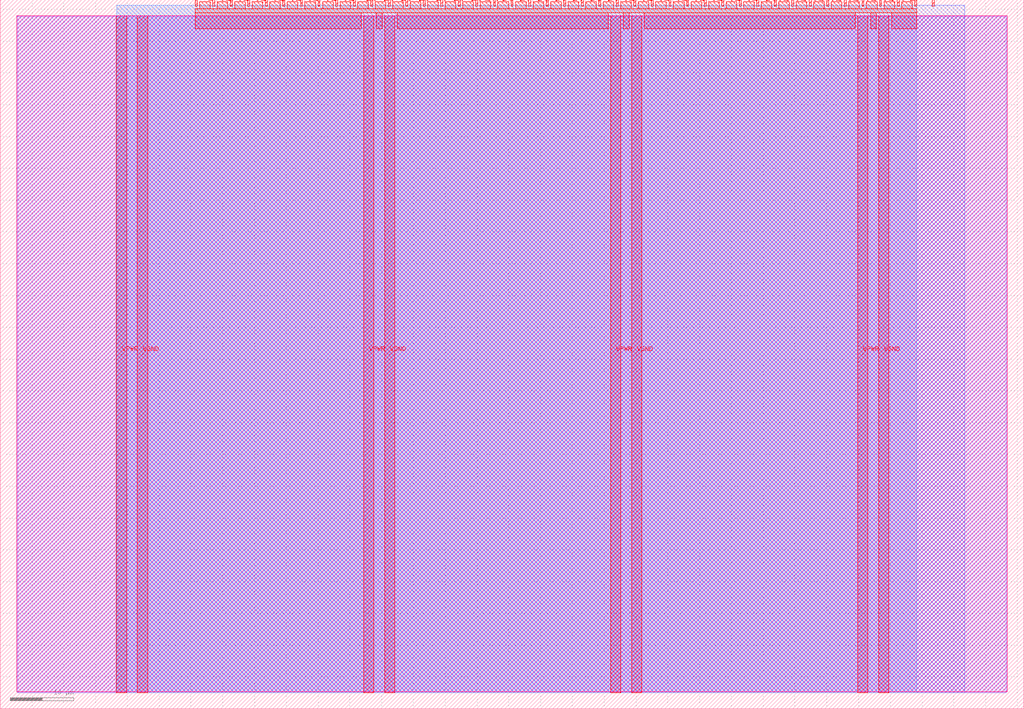
<source format=lef>
VERSION 5.7 ;
  NOWIREEXTENSIONATPIN ON ;
  DIVIDERCHAR "/" ;
  BUSBITCHARS "[]" ;
MACRO tt_um_wokwi_397142450561071105
  CLASS BLOCK ;
  FOREIGN tt_um_wokwi_397142450561071105 ;
  ORIGIN 0.000 0.000 ;
  SIZE 161.000 BY 111.520 ;
  PIN VGND
    DIRECTION INOUT ;
    USE GROUND ;
    PORT
      LAYER met4 ;
        RECT 21.580 2.480 23.180 109.040 ;
    END
    PORT
      LAYER met4 ;
        RECT 60.450 2.480 62.050 109.040 ;
    END
    PORT
      LAYER met4 ;
        RECT 99.320 2.480 100.920 109.040 ;
    END
    PORT
      LAYER met4 ;
        RECT 138.190 2.480 139.790 109.040 ;
    END
  END VGND
  PIN VPWR
    DIRECTION INOUT ;
    USE POWER ;
    PORT
      LAYER met4 ;
        RECT 18.280 2.480 19.880 109.040 ;
    END
    PORT
      LAYER met4 ;
        RECT 57.150 2.480 58.750 109.040 ;
    END
    PORT
      LAYER met4 ;
        RECT 96.020 2.480 97.620 109.040 ;
    END
    PORT
      LAYER met4 ;
        RECT 134.890 2.480 136.490 109.040 ;
    END
  END VPWR
  PIN clk
    DIRECTION INPUT ;
    USE SIGNAL ;
    ANTENNAGATEAREA 0.852000 ;
    PORT
      LAYER met4 ;
        RECT 143.830 110.520 144.130 111.520 ;
    END
  END clk
  PIN ena
    DIRECTION INPUT ;
    USE SIGNAL ;
    PORT
      LAYER met4 ;
        RECT 146.590 110.520 146.890 111.520 ;
    END
  END ena
  PIN rst_n
    DIRECTION INPUT ;
    USE SIGNAL ;
    PORT
      LAYER met4 ;
        RECT 141.070 110.520 141.370 111.520 ;
    END
  END rst_n
  PIN ui_in[0]
    DIRECTION INPUT ;
    USE SIGNAL ;
    PORT
      LAYER met4 ;
        RECT 138.310 110.520 138.610 111.520 ;
    END
  END ui_in[0]
  PIN ui_in[1]
    DIRECTION INPUT ;
    USE SIGNAL ;
    ANTENNAGATEAREA 0.196500 ;
    PORT
      LAYER met4 ;
        RECT 135.550 110.520 135.850 111.520 ;
    END
  END ui_in[1]
  PIN ui_in[2]
    DIRECTION INPUT ;
    USE SIGNAL ;
    ANTENNAGATEAREA 0.196500 ;
    PORT
      LAYER met4 ;
        RECT 132.790 110.520 133.090 111.520 ;
    END
  END ui_in[2]
  PIN ui_in[3]
    DIRECTION INPUT ;
    USE SIGNAL ;
    ANTENNAGATEAREA 0.196500 ;
    PORT
      LAYER met4 ;
        RECT 130.030 110.520 130.330 111.520 ;
    END
  END ui_in[3]
  PIN ui_in[4]
    DIRECTION INPUT ;
    USE SIGNAL ;
    ANTENNAGATEAREA 0.196500 ;
    PORT
      LAYER met4 ;
        RECT 127.270 110.520 127.570 111.520 ;
    END
  END ui_in[4]
  PIN ui_in[5]
    DIRECTION INPUT ;
    USE SIGNAL ;
    PORT
      LAYER met4 ;
        RECT 124.510 110.520 124.810 111.520 ;
    END
  END ui_in[5]
  PIN ui_in[6]
    DIRECTION INPUT ;
    USE SIGNAL ;
    PORT
      LAYER met4 ;
        RECT 121.750 110.520 122.050 111.520 ;
    END
  END ui_in[6]
  PIN ui_in[7]
    DIRECTION INPUT ;
    USE SIGNAL ;
    ANTENNAGATEAREA 0.196500 ;
    PORT
      LAYER met4 ;
        RECT 118.990 110.520 119.290 111.520 ;
    END
  END ui_in[7]
  PIN uio_in[0]
    DIRECTION INPUT ;
    USE SIGNAL ;
    PORT
      LAYER met4 ;
        RECT 116.230 110.520 116.530 111.520 ;
    END
  END uio_in[0]
  PIN uio_in[1]
    DIRECTION INPUT ;
    USE SIGNAL ;
    PORT
      LAYER met4 ;
        RECT 113.470 110.520 113.770 111.520 ;
    END
  END uio_in[1]
  PIN uio_in[2]
    DIRECTION INPUT ;
    USE SIGNAL ;
    PORT
      LAYER met4 ;
        RECT 110.710 110.520 111.010 111.520 ;
    END
  END uio_in[2]
  PIN uio_in[3]
    DIRECTION INPUT ;
    USE SIGNAL ;
    PORT
      LAYER met4 ;
        RECT 107.950 110.520 108.250 111.520 ;
    END
  END uio_in[3]
  PIN uio_in[4]
    DIRECTION INPUT ;
    USE SIGNAL ;
    PORT
      LAYER met4 ;
        RECT 105.190 110.520 105.490 111.520 ;
    END
  END uio_in[4]
  PIN uio_in[5]
    DIRECTION INPUT ;
    USE SIGNAL ;
    PORT
      LAYER met4 ;
        RECT 102.430 110.520 102.730 111.520 ;
    END
  END uio_in[5]
  PIN uio_in[6]
    DIRECTION INPUT ;
    USE SIGNAL ;
    PORT
      LAYER met4 ;
        RECT 99.670 110.520 99.970 111.520 ;
    END
  END uio_in[6]
  PIN uio_in[7]
    DIRECTION INPUT ;
    USE SIGNAL ;
    PORT
      LAYER met4 ;
        RECT 96.910 110.520 97.210 111.520 ;
    END
  END uio_in[7]
  PIN uio_oe[0]
    DIRECTION OUTPUT ;
    USE SIGNAL ;
    PORT
      LAYER met4 ;
        RECT 49.990 110.520 50.290 111.520 ;
    END
  END uio_oe[0]
  PIN uio_oe[1]
    DIRECTION OUTPUT ;
    USE SIGNAL ;
    PORT
      LAYER met4 ;
        RECT 47.230 110.520 47.530 111.520 ;
    END
  END uio_oe[1]
  PIN uio_oe[2]
    DIRECTION OUTPUT ;
    USE SIGNAL ;
    PORT
      LAYER met4 ;
        RECT 44.470 110.520 44.770 111.520 ;
    END
  END uio_oe[2]
  PIN uio_oe[3]
    DIRECTION OUTPUT ;
    USE SIGNAL ;
    PORT
      LAYER met4 ;
        RECT 41.710 110.520 42.010 111.520 ;
    END
  END uio_oe[3]
  PIN uio_oe[4]
    DIRECTION OUTPUT ;
    USE SIGNAL ;
    PORT
      LAYER met4 ;
        RECT 38.950 110.520 39.250 111.520 ;
    END
  END uio_oe[4]
  PIN uio_oe[5]
    DIRECTION OUTPUT ;
    USE SIGNAL ;
    PORT
      LAYER met4 ;
        RECT 36.190 110.520 36.490 111.520 ;
    END
  END uio_oe[5]
  PIN uio_oe[6]
    DIRECTION OUTPUT ;
    USE SIGNAL ;
    PORT
      LAYER met4 ;
        RECT 33.430 110.520 33.730 111.520 ;
    END
  END uio_oe[6]
  PIN uio_oe[7]
    DIRECTION OUTPUT ;
    USE SIGNAL ;
    PORT
      LAYER met4 ;
        RECT 30.670 110.520 30.970 111.520 ;
    END
  END uio_oe[7]
  PIN uio_out[0]
    DIRECTION OUTPUT ;
    USE SIGNAL ;
    PORT
      LAYER met4 ;
        RECT 72.070 110.520 72.370 111.520 ;
    END
  END uio_out[0]
  PIN uio_out[1]
    DIRECTION OUTPUT ;
    USE SIGNAL ;
    PORT
      LAYER met4 ;
        RECT 69.310 110.520 69.610 111.520 ;
    END
  END uio_out[1]
  PIN uio_out[2]
    DIRECTION OUTPUT ;
    USE SIGNAL ;
    PORT
      LAYER met4 ;
        RECT 66.550 110.520 66.850 111.520 ;
    END
  END uio_out[2]
  PIN uio_out[3]
    DIRECTION OUTPUT ;
    USE SIGNAL ;
    PORT
      LAYER met4 ;
        RECT 63.790 110.520 64.090 111.520 ;
    END
  END uio_out[3]
  PIN uio_out[4]
    DIRECTION OUTPUT ;
    USE SIGNAL ;
    PORT
      LAYER met4 ;
        RECT 61.030 110.520 61.330 111.520 ;
    END
  END uio_out[4]
  PIN uio_out[5]
    DIRECTION OUTPUT ;
    USE SIGNAL ;
    PORT
      LAYER met4 ;
        RECT 58.270 110.520 58.570 111.520 ;
    END
  END uio_out[5]
  PIN uio_out[6]
    DIRECTION OUTPUT ;
    USE SIGNAL ;
    PORT
      LAYER met4 ;
        RECT 55.510 110.520 55.810 111.520 ;
    END
  END uio_out[6]
  PIN uio_out[7]
    DIRECTION OUTPUT ;
    USE SIGNAL ;
    PORT
      LAYER met4 ;
        RECT 52.750 110.520 53.050 111.520 ;
    END
  END uio_out[7]
  PIN uo_out[0]
    DIRECTION OUTPUT ;
    USE SIGNAL ;
    PORT
      LAYER met4 ;
        RECT 94.150 110.520 94.450 111.520 ;
    END
  END uo_out[0]
  PIN uo_out[1]
    DIRECTION OUTPUT ;
    USE SIGNAL ;
    ANTENNADIFFAREA 0.445500 ;
    PORT
      LAYER met4 ;
        RECT 91.390 110.520 91.690 111.520 ;
    END
  END uo_out[1]
  PIN uo_out[2]
    DIRECTION OUTPUT ;
    USE SIGNAL ;
    ANTENNADIFFAREA 0.445500 ;
    PORT
      LAYER met4 ;
        RECT 88.630 110.520 88.930 111.520 ;
    END
  END uo_out[2]
  PIN uo_out[3]
    DIRECTION OUTPUT ;
    USE SIGNAL ;
    ANTENNADIFFAREA 0.445500 ;
    PORT
      LAYER met4 ;
        RECT 85.870 110.520 86.170 111.520 ;
    END
  END uo_out[3]
  PIN uo_out[4]
    DIRECTION OUTPUT ;
    USE SIGNAL ;
    ANTENNADIFFAREA 0.445500 ;
    PORT
      LAYER met4 ;
        RECT 83.110 110.520 83.410 111.520 ;
    END
  END uo_out[4]
  PIN uo_out[5]
    DIRECTION OUTPUT ;
    USE SIGNAL ;
    ANTENNADIFFAREA 0.445500 ;
    PORT
      LAYER met4 ;
        RECT 80.350 110.520 80.650 111.520 ;
    END
  END uo_out[5]
  PIN uo_out[6]
    DIRECTION OUTPUT ;
    USE SIGNAL ;
    PORT
      LAYER met4 ;
        RECT 77.590 110.520 77.890 111.520 ;
    END
  END uo_out[6]
  PIN uo_out[7]
    DIRECTION OUTPUT ;
    USE SIGNAL ;
    PORT
      LAYER met4 ;
        RECT 74.830 110.520 75.130 111.520 ;
    END
  END uo_out[7]
  OBS
      LAYER nwell ;
        RECT 2.570 2.635 158.430 108.990 ;
      LAYER li1 ;
        RECT 2.760 2.635 158.240 108.885 ;
      LAYER met1 ;
        RECT 2.760 2.480 158.240 109.040 ;
      LAYER met2 ;
        RECT 18.310 2.535 151.700 110.685 ;
      LAYER met3 ;
        RECT 18.290 2.555 144.170 110.665 ;
      LAYER met4 ;
        RECT 31.370 110.120 33.030 111.170 ;
        RECT 34.130 110.120 35.790 111.170 ;
        RECT 36.890 110.120 38.550 111.170 ;
        RECT 39.650 110.120 41.310 111.170 ;
        RECT 42.410 110.120 44.070 111.170 ;
        RECT 45.170 110.120 46.830 111.170 ;
        RECT 47.930 110.120 49.590 111.170 ;
        RECT 50.690 110.120 52.350 111.170 ;
        RECT 53.450 110.120 55.110 111.170 ;
        RECT 56.210 110.120 57.870 111.170 ;
        RECT 58.970 110.120 60.630 111.170 ;
        RECT 61.730 110.120 63.390 111.170 ;
        RECT 64.490 110.120 66.150 111.170 ;
        RECT 67.250 110.120 68.910 111.170 ;
        RECT 70.010 110.120 71.670 111.170 ;
        RECT 72.770 110.120 74.430 111.170 ;
        RECT 75.530 110.120 77.190 111.170 ;
        RECT 78.290 110.120 79.950 111.170 ;
        RECT 81.050 110.120 82.710 111.170 ;
        RECT 83.810 110.120 85.470 111.170 ;
        RECT 86.570 110.120 88.230 111.170 ;
        RECT 89.330 110.120 90.990 111.170 ;
        RECT 92.090 110.120 93.750 111.170 ;
        RECT 94.850 110.120 96.510 111.170 ;
        RECT 97.610 110.120 99.270 111.170 ;
        RECT 100.370 110.120 102.030 111.170 ;
        RECT 103.130 110.120 104.790 111.170 ;
        RECT 105.890 110.120 107.550 111.170 ;
        RECT 108.650 110.120 110.310 111.170 ;
        RECT 111.410 110.120 113.070 111.170 ;
        RECT 114.170 110.120 115.830 111.170 ;
        RECT 116.930 110.120 118.590 111.170 ;
        RECT 119.690 110.120 121.350 111.170 ;
        RECT 122.450 110.120 124.110 111.170 ;
        RECT 125.210 110.120 126.870 111.170 ;
        RECT 127.970 110.120 129.630 111.170 ;
        RECT 130.730 110.120 132.390 111.170 ;
        RECT 133.490 110.120 135.150 111.170 ;
        RECT 136.250 110.120 137.910 111.170 ;
        RECT 139.010 110.120 140.670 111.170 ;
        RECT 141.770 110.120 143.430 111.170 ;
        RECT 30.655 109.440 144.145 110.120 ;
        RECT 30.655 106.935 56.750 109.440 ;
        RECT 59.150 106.935 60.050 109.440 ;
        RECT 62.450 106.935 95.620 109.440 ;
        RECT 98.020 106.935 98.920 109.440 ;
        RECT 101.320 106.935 134.490 109.440 ;
        RECT 136.890 106.935 137.790 109.440 ;
        RECT 140.190 106.935 144.145 109.440 ;
  END
END tt_um_wokwi_397142450561071105
END LIBRARY


</source>
